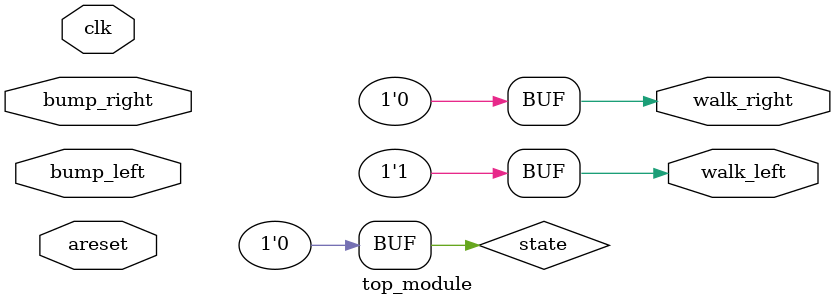
<source format=sv>
module top_module (
    input clk,
    input areset,
    input bump_left,
    input bump_right,
    output reg walk_left,
    output reg walk_right
);

// Parameters for the two states
parameter WL = 1'd0;
parameter WR = 1'd1;

// Register to hold the current state
reg state;

// Combinational logic to determine the next state
always @(*) begin
    case (state)
        WL: begin
            if (bump_left) begin
                state = WR;
            end else begin
                state = WL;
            end
        end
        WR: begin
            if (bump_right) begin
                state = WL;
            end else begin
                state = WR;
            end
        end
        default: begin
            state = WL;
        end
    endcase
end

// Sequential logic to update the state on the rising edge of the clock
// and reset the state to the initial state on the rising edge of the reset signal
always @(posedge clk or posedge areset) begin
    if (areset) begin
        state <= WL;
    end else begin
        state <= state;
    end
end

// Assign the walk_left and walk_right outputs based on the current state
always @(*) begin
    if (state == WL) begin
        walk_left = 1'b1;
        walk_right = 1'b0;
    end else begin
        walk_left = 1'b0;
        walk_right = 1'b1;
    end
end

endmodule

</source>
